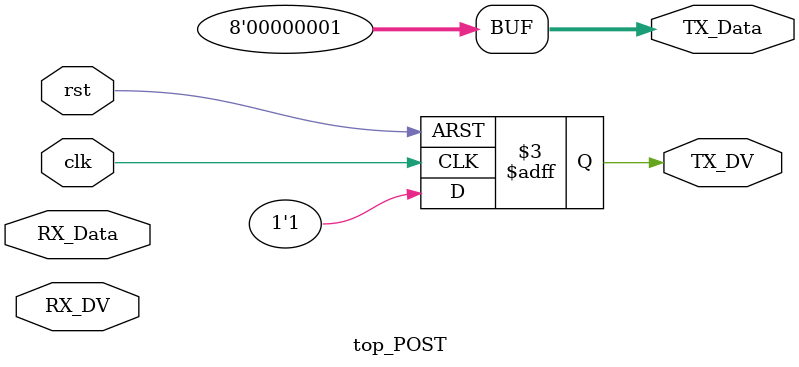
<source format=v>
`timescale 1ns / 1ps


module top_POST #(parameter DATABITS = 8, SIZE = 1, Nbit = 200, MAX=1000) (
input wire clk, rst,
   // input wire [SIZE-1:0] clear, 
    input wire [DATABITS-1:0]RX_Data,
    input wire RX_DV,
    
    output reg TX_DV,
    output wire [DATABITS-1:0]TX_Data
    );
    
    //abbiamo scelta questo approccio di dare in uscita direttamente un bit alto a 1
    //perche gestiamo il time scanner nel system core
    //in questo modo la SPI ci manda direttamente un bit alto
    //quando son passate 24h per effettuare il clear e tenere traccia dello stage
    
    always@(posedge clk, posedge rst)
    if(rst == 1'b1) TX_DV <= 1'b0;
    else TX_DV <= 1'b1;
   
    //il dato in uscita verso il Master ha il seguente formato: {0...0,x} dove x è il valore a 1 bit del clear
    assign TX_Data = {{DATABITS-SIZE{1'b0}}, 1'b1};
endmodule

</source>
